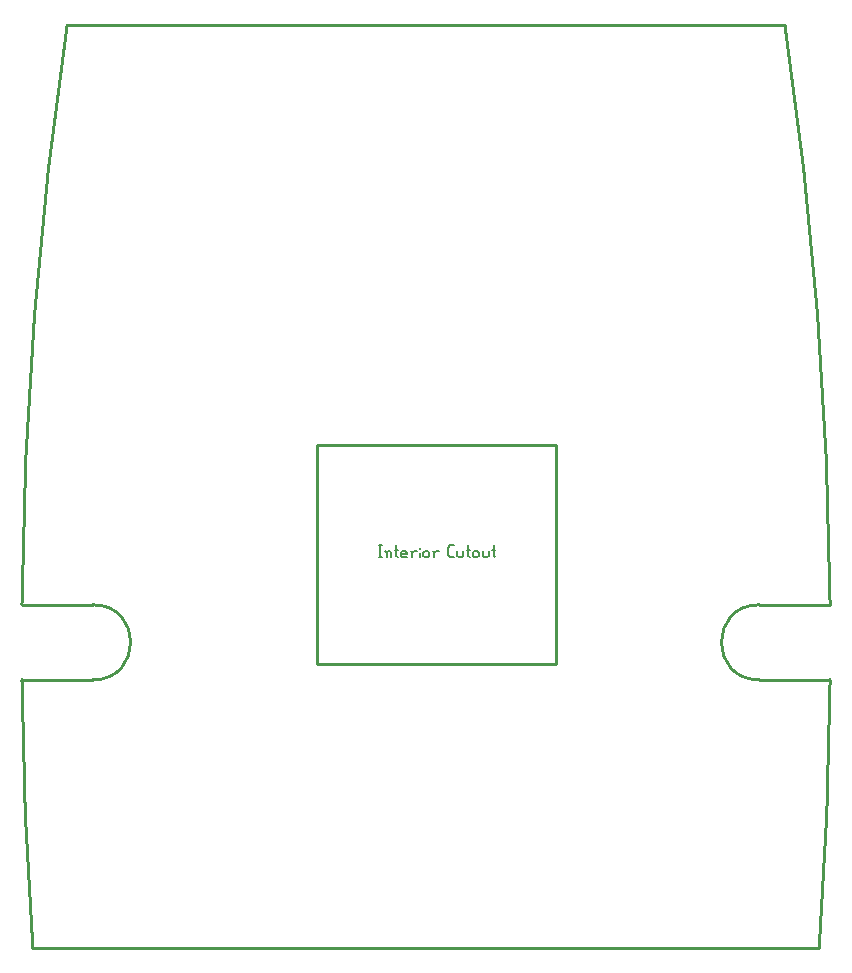
<source format=gbr>
G04 start of page 4 for group 2 idx 2 *
G04 Title: (unknown), outline *
G04 Creator: pcb 20110918 *
G04 CreationDate: Thu 09 Jul 2015 02:06:34 AM GMT UTC *
G04 For: petersen *
G04 Format: Gerber/RS-274X *
G04 PCB-Dimensions: 269500 307800 *
G04 PCB-Coordinate-Origin: lower left *
%MOIN*%
%FSLAX25Y25*%
%LNOUTLINE*%
%ADD60C,0.0080*%
%ADD59C,0.0100*%
G54D59*X3700Y0D02*X265800D01*
X0Y114500D02*X23800D01*
X0Y89500D02*X23800D01*
X269500Y114500D02*X245700D01*
X269500Y89500D02*X245700D01*
X178000Y94800D02*X98500D01*
X15100Y307800D02*X254400D01*
X98500Y167800D02*X178000D01*
Y94800D01*
X98500D02*Y167800D01*
X3703Y-10D02*G75*G02X56Y89502I1403197J102010D01*G01*
X56Y114498D02*G75*G02X15132Y307791I1406844J-12498D01*G01*
X265797Y-10D02*G75*G03X269444Y89502I-1403197J102010D01*G01*
X269444Y114498D02*G75*G03X254368Y307791I-1406844J-12498D01*G01*
X23800Y89500D02*G75*G03X23800Y114500I0J12500D01*G01*
X245700Y89500D02*G75*G02X245700Y114500I0J12500D01*G01*
G54D60*X119000Y134300D02*X120000D01*
X119500D02*Y130300D01*
X119000D02*X120000D01*
X121700Y131800D02*Y130300D01*
Y131800D02*X122200Y132300D01*
X122700D01*
X123200Y131800D01*
Y130300D01*
X121200Y132300D02*X121700Y131800D01*
X124900Y134300D02*Y130800D01*
X125400Y130300D01*
X124400Y132800D02*X125400D01*
X126900Y130300D02*X128400D01*
X126400Y130800D02*X126900Y130300D01*
X126400Y131800D02*Y130800D01*
Y131800D02*X126900Y132300D01*
X127900D01*
X128400Y131800D01*
X126400Y131300D02*X128400D01*
Y131800D02*Y131300D01*
X130100Y131800D02*Y130300D01*
Y131800D02*X130600Y132300D01*
X131600D01*
X129600D02*X130100Y131800D01*
X132800Y133300D02*Y133200D01*
Y131800D02*Y130300D01*
X133800Y131800D02*Y130800D01*
Y131800D02*X134300Y132300D01*
X135300D01*
X135800Y131800D01*
Y130800D01*
X135300Y130300D02*X135800Y130800D01*
X134300Y130300D02*X135300D01*
X133800Y130800D02*X134300Y130300D01*
X137500Y131800D02*Y130300D01*
Y131800D02*X138000Y132300D01*
X139000D01*
X137000D02*X137500Y131800D01*
X142700Y130300D02*X144000D01*
X142000Y131000D02*X142700Y130300D01*
X142000Y133600D02*Y131000D01*
Y133600D02*X142700Y134300D01*
X144000D01*
X145200Y132300D02*Y130800D01*
X145700Y130300D01*
X146700D01*
X147200Y130800D01*
Y132300D02*Y130800D01*
X148900Y134300D02*Y130800D01*
X149400Y130300D01*
X148400Y132800D02*X149400D01*
X150400Y131800D02*Y130800D01*
Y131800D02*X150900Y132300D01*
X151900D01*
X152400Y131800D01*
Y130800D01*
X151900Y130300D02*X152400Y130800D01*
X150900Y130300D02*X151900D01*
X150400Y130800D02*X150900Y130300D01*
X153600Y132300D02*Y130800D01*
X154100Y130300D01*
X155100D01*
X155600Y130800D01*
Y132300D02*Y130800D01*
X157300Y134300D02*Y130800D01*
X157800Y130300D01*
X156800Y132800D02*X157800D01*
M02*

</source>
